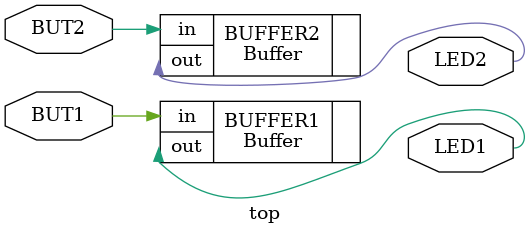
<source format=v>
`default_nettype none
module top(
    input BUT1,
    input BUT2,
    output LED1,
    output LED2
);

    Buffer BUFFER1(.in(BUT1),.out(LED1));
    Buffer BUFFER2(.in(BUT2),.out(LED2));
    
endmodule

</source>
